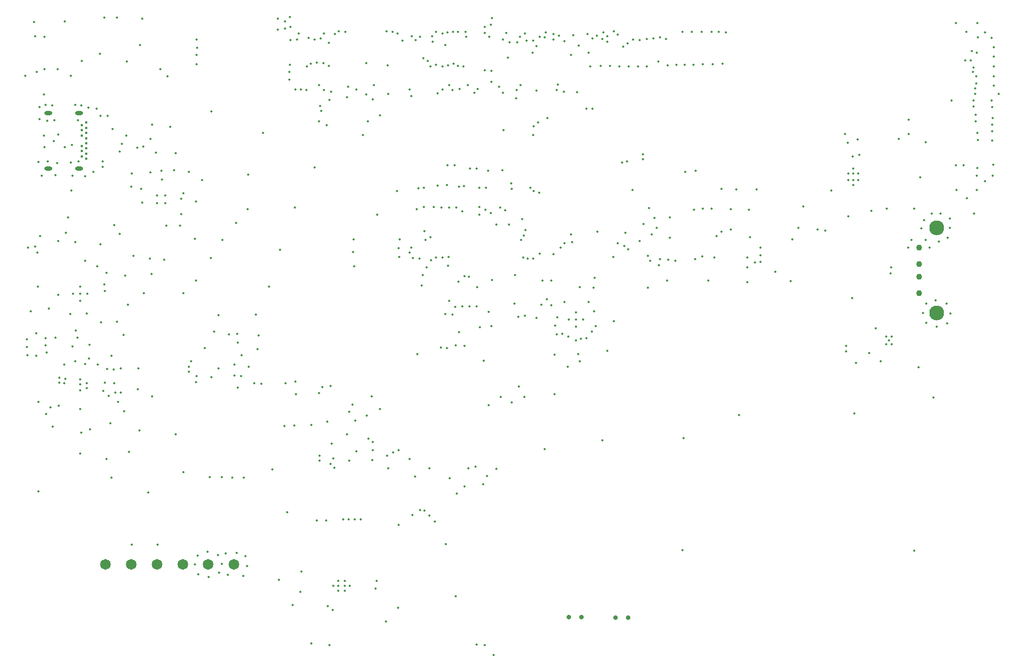
<source format=gbr>
%TF.GenerationSoftware,Altium Limited,Altium Designer,25.8.1 (18)*%
G04 Layer_Color=0*
%FSLAX45Y45*%
%MOMM*%
%TF.SameCoordinates,716D66D7-A0E9-4909-A487-8E51579E39AF*%
%TF.FilePolarity,Positive*%
%TF.FileFunction,Plated,1,8,PTH,Drill*%
%TF.Part,Single*%
G01*
G75*
%TA.AperFunction,ComponentDrill*%
%ADD235C,0.92000*%
%ADD236C,2.30000*%
%ADD237C,0.40000*%
%ADD238O,1.20000X0.60000*%
%ADD239C,1.65000*%
%ADD240C,0.70000*%
%TA.AperFunction,ViaDrill,NotFilled*%
%ADD241C,0.35000*%
D235*
X16485600Y8350000D02*
D03*
Y8800000D02*
D03*
Y8600000D02*
D03*
Y9050000D02*
D03*
D236*
X16756599Y8043000D02*
D03*
Y9357000D02*
D03*
D237*
X3643000Y10980000D02*
D03*
Y10900000D02*
D03*
Y10500000D02*
D03*
Y10420000D02*
D03*
Y10820000D02*
D03*
Y10580000D02*
D03*
X3573000Y10540000D02*
D03*
Y10460000D02*
D03*
Y10940000D02*
D03*
Y10860000D02*
D03*
Y10620000D02*
D03*
Y10780000D02*
D03*
X3643000Y10660000D02*
D03*
Y10740000D02*
D03*
D238*
X3528000Y11127000D02*
D03*
X3055000D02*
D03*
X3528000Y10273000D02*
D03*
X3055000D02*
D03*
D239*
X5920000Y4170000D02*
D03*
X5524000D02*
D03*
X3940000D02*
D03*
X4336000D02*
D03*
X4732000D02*
D03*
X5128000D02*
D03*
D240*
X11999900Y3343800D02*
D03*
X11799900D02*
D03*
X11278540Y3351420D02*
D03*
X11078540D02*
D03*
D241*
X9035730Y11871960D02*
D03*
X7039860Y11849300D02*
D03*
X9458540D02*
D03*
X9372010Y11854180D02*
D03*
X9302980Y11889740D02*
D03*
X9219210Y11864340D02*
D03*
X9135900Y11849300D02*
D03*
X7379430Y11851640D02*
D03*
X11411920Y11846560D02*
D03*
X11576010Y11851640D02*
D03*
X11716700D02*
D03*
X11861200Y11849100D02*
D03*
X12283860Y11844943D02*
D03*
X7954690Y11899900D02*
D03*
X8291930Y11859260D02*
D03*
X9900170Y12588240D02*
D03*
X9879550Y12489180D02*
D03*
X9788600Y12453620D02*
D03*
X6775400Y11638280D02*
D03*
X6950650Y11488420D02*
D03*
X7036960Y11478260D02*
D03*
X6779260Y11869420D02*
D03*
X6776720Y11762740D02*
D03*
X6890000Y12257500D02*
D03*
X6913880Y12349480D02*
D03*
X7750520Y6630464D02*
D03*
X7660000Y6170000D02*
D03*
X6870000Y11490000D02*
D03*
X7239000Y5839460D02*
D03*
X7241540Y5763260D02*
D03*
X6791960Y12458700D02*
D03*
X6780000Y12610000D02*
D03*
X6702805Y12542814D02*
D03*
X6703060Y12430940D02*
D03*
X5467607Y7498467D02*
D03*
X5257800Y7297420D02*
D03*
X5219700Y7216140D02*
D03*
Y7134860D02*
D03*
X4092339Y6819900D02*
D03*
X4171079Y6817360D02*
D03*
X4135319Y6670000D02*
D03*
X3901839Y6840220D02*
D03*
X7249160Y11236960D02*
D03*
X15975000Y7560000D02*
D03*
X16064999D02*
D03*
X16020000Y7620000D02*
D03*
X15975000Y7680000D02*
D03*
X16064999D02*
D03*
X15714980Y7421880D02*
D03*
X3698639Y6248400D02*
D03*
X3215319Y6610000D02*
D03*
X5549230Y5510378D02*
D03*
X5889789Y5505334D02*
D03*
X5729230Y5510378D02*
D03*
X4653679Y6753860D02*
D03*
X6069788Y5505334D02*
D03*
X6150000Y7210000D02*
D03*
X6037580Y7391400D02*
D03*
X3870000Y7900000D02*
D03*
X6300000Y7700000D02*
D03*
X5140000Y8350000D02*
D03*
X8890000Y8745220D02*
D03*
X8956040Y8854440D02*
D03*
X8623300Y8973820D02*
D03*
X8656320Y9055100D02*
D03*
X8875257Y9167119D02*
D03*
X8950960Y9212580D02*
D03*
X9672320Y8437880D02*
D03*
X10673080Y8542020D02*
D03*
X10815320D02*
D03*
X9034780Y8900160D02*
D03*
X9131300Y8897620D02*
D03*
X9230360Y8910320D02*
D03*
X10378440Y8902700D02*
D03*
X10528300Y8884920D02*
D03*
X10449560D02*
D03*
X15892780Y7294880D02*
D03*
X11463020Y8432800D02*
D03*
X11254740Y8440420D02*
D03*
X12298680Y8430260D02*
D03*
X13949680Y8823960D02*
D03*
X14033501Y8829040D02*
D03*
X11998960Y9027160D02*
D03*
X11938000Y9080500D02*
D03*
X12171680Y9151620D02*
D03*
X14033501Y8935720D02*
D03*
X14038580Y9047480D02*
D03*
X17325340Y11229340D02*
D03*
X16984979Y11318240D02*
D03*
X17612360Y11216640D02*
D03*
X17604739Y11318240D02*
D03*
X17325340Y11323320D02*
D03*
X8679180Y8887460D02*
D03*
X8775700Y8882380D02*
D03*
X3566160Y6200140D02*
D03*
X4013200Y6342380D02*
D03*
X3649980Y6959600D02*
D03*
X3228340Y6964680D02*
D03*
Y7043420D02*
D03*
X3303433Y6960794D02*
D03*
X3316939Y7030778D02*
D03*
X3550920Y6941820D02*
D03*
X3647440Y6880860D02*
D03*
X3548779Y6852920D02*
D03*
X3550920Y7020560D02*
D03*
X17383760Y12517120D02*
D03*
X17211040Y12382500D02*
D03*
X17498061Y12369800D02*
D03*
X17048480Y12512040D02*
D03*
X13500101Y12369800D02*
D03*
X13395959Y12374880D02*
D03*
X17635220Y12141200D02*
D03*
X17637241Y11994400D02*
D03*
X17632680Y11844020D02*
D03*
X17602200Y12288520D02*
D03*
X17711420Y11422380D02*
D03*
X17632680Y11696700D02*
D03*
Y11546840D02*
D03*
X17388840Y12291060D02*
D03*
X13449300Y11884660D02*
D03*
X13284200Y12382500D02*
D03*
X13131799D02*
D03*
X12976860Y12379960D02*
D03*
X12834621Y12377420D02*
D03*
X13296899Y11882120D02*
D03*
X13147040Y11879580D02*
D03*
X13007339Y11871960D02*
D03*
X12872720Y11869420D02*
D03*
X12745720Y11866880D02*
D03*
X12486640Y12293600D02*
D03*
X12603480Y11864340D02*
D03*
X12583160Y12268200D02*
D03*
X17621519Y11050000D02*
D03*
X17609821Y10949940D02*
D03*
X17607280Y10843260D02*
D03*
X17383760Y10820400D02*
D03*
X17607280Y10706100D02*
D03*
X17630141Y10330180D02*
D03*
X17619980Y10157460D02*
D03*
X17503140Y10078720D02*
D03*
X17388840Y10708640D02*
D03*
X17383760Y10276840D02*
D03*
X17373599Y10160000D02*
D03*
X17371060Y9939020D02*
D03*
X17354649Y11098630D02*
D03*
X17355820Y10995660D02*
D03*
X16327119Y11026140D02*
D03*
X16322040Y10800080D02*
D03*
X16583659Y10680700D02*
D03*
X16174220Y10725838D02*
D03*
X15534641Y10721340D02*
D03*
X15565120Y10482580D02*
D03*
X15460980Y10457180D02*
D03*
X15382240Y10665460D02*
D03*
X17051019Y10317480D02*
D03*
X15548640Y10197260D02*
D03*
X16504919Y10134600D02*
D03*
X15548640Y10092260D02*
D03*
X15471140Y10197260D02*
D03*
Y10017260D02*
D03*
Y10092260D02*
D03*
Y10272260D02*
D03*
X15393640Y10092260D02*
D03*
Y10197260D02*
D03*
X13975079Y9949180D02*
D03*
X13434061Y9956800D02*
D03*
X13665199Y9946640D02*
D03*
X12390120Y12275820D02*
D03*
X12285980Y12268200D02*
D03*
X12176760Y12252960D02*
D03*
X11600180Y12270740D02*
D03*
X11369040Y12344400D02*
D03*
X10727992Y12369800D02*
D03*
X10927080Y12316460D02*
D03*
X10403840Y12357100D02*
D03*
X9370480Y12382360D02*
D03*
X9296400Y12382500D02*
D03*
X12458700Y11925300D02*
D03*
X12006580Y11844020D02*
D03*
X12146280D02*
D03*
X11920220Y12148820D02*
D03*
X11673840Y12225020D02*
D03*
X10586720Y12161520D02*
D03*
X10909300Y11564620D02*
D03*
X10170160Y12214860D02*
D03*
X10139680Y11978640D02*
D03*
X9886710Y11774800D02*
D03*
X9786620Y11786570D02*
D03*
X9179560Y12176760D02*
D03*
X10340340Y11554460D02*
D03*
X10490200Y9974580D02*
D03*
X9890760Y11605260D02*
D03*
X17061180Y9936480D02*
D03*
X17218660Y9817100D02*
D03*
X16406030Y9651783D02*
D03*
X16814799Y9575800D02*
D03*
X17330420D02*
D03*
X16675101D02*
D03*
X15984979Y9655019D02*
D03*
X15748000Y9616440D02*
D03*
X15389861Y9530080D02*
D03*
X16954500Y9497060D02*
D03*
X16957040Y9359900D02*
D03*
X16924020Y9202420D02*
D03*
X16560800Y9476740D02*
D03*
X16517619Y9347200D02*
D03*
X16583659Y9169728D02*
D03*
X16367760Y9166860D02*
D03*
X14696440Y9690100D02*
D03*
X12067540Y9936480D02*
D03*
X13860780Y9636760D02*
D03*
X13583920Y9644380D02*
D03*
X13284200Y9649460D02*
D03*
X14620239Y9354820D02*
D03*
X13873480Y9210040D02*
D03*
X14528799Y9182100D02*
D03*
X13149580Y9649460D02*
D03*
X13009880Y9636760D02*
D03*
X12319000Y9657080D02*
D03*
X11958320Y9276080D02*
D03*
X12639040Y9204960D02*
D03*
X11526520Y9293860D02*
D03*
X16789400Y9146540D02*
D03*
X16903700Y8188960D02*
D03*
X16736060Y8237220D02*
D03*
X16644620Y9047480D02*
D03*
X16593820Y8183880D02*
D03*
X16967200Y8039100D02*
D03*
X16918941Y7881620D02*
D03*
X16540480Y8041640D02*
D03*
X16596359Y7891780D02*
D03*
X16758920Y7835900D02*
D03*
X16705580Y6743700D02*
D03*
X16474440Y7208520D02*
D03*
X16405859Y4381500D02*
D03*
X16316960Y9047480D02*
D03*
X13837920Y8742680D02*
D03*
X13835381Y8900160D02*
D03*
X14505940Y8536940D02*
D03*
X15450819Y8270240D02*
D03*
X14269720Y8679180D02*
D03*
X13233400Y8547100D02*
D03*
X13837920Y8521700D02*
D03*
X12600940Y8539480D02*
D03*
X11833860Y9118600D02*
D03*
X11765280Y8907780D02*
D03*
X11772900Y7919720D02*
D03*
X11303780Y7945120D02*
D03*
X15811501Y7810500D02*
D03*
X15506700Y7277100D02*
D03*
X15483839Y6494780D02*
D03*
X11671300Y7457440D02*
D03*
X13710921Y6471920D02*
D03*
X12854939Y6113780D02*
D03*
X12834621Y4386580D02*
D03*
X11600180Y6083300D02*
D03*
X10624772Y9900097D02*
D03*
X10843260Y8945880D02*
D03*
X10629900Y8956040D02*
D03*
X10541000Y9923780D02*
D03*
X10248900Y8628380D02*
D03*
X11193780Y8055120D02*
D03*
X10815320Y8161020D02*
D03*
X10906760Y7975600D02*
D03*
X11193780Y7945120D02*
D03*
X11083780D02*
D03*
X10584180Y7970520D02*
D03*
X10307320Y7988300D02*
D03*
X10025380Y9672320D02*
D03*
X9700260Y9674860D02*
D03*
X9232900Y9669780D02*
D03*
X10246360Y8186420D02*
D03*
X9794244Y9638546D02*
D03*
X10099040Y9626600D02*
D03*
X9845040Y8062006D02*
D03*
X9436100Y9611360D02*
D03*
X9344660Y9667240D02*
D03*
X9121140D02*
D03*
X9377680Y8529320D02*
D03*
X9222740Y8768080D02*
D03*
X9662160Y8148320D02*
D03*
X9329420Y8140700D02*
D03*
X9235440Y8227060D02*
D03*
X11193780Y7835120D02*
D03*
X11194308Y7623344D02*
D03*
X11224260Y7411720D02*
D03*
X10896600Y7716520D02*
D03*
X10858500Y7401560D02*
D03*
X11249660Y7297420D02*
D03*
X10858275Y6790976D02*
D03*
X10711180Y5943600D02*
D03*
X10398760Y6748780D02*
D03*
X10314940Y6906260D02*
D03*
X10198100Y6667500D02*
D03*
X10035540Y6746240D02*
D03*
X9890760Y7843520D02*
D03*
X9770000Y7310000D02*
D03*
X9842500Y6617372D02*
D03*
X9469857Y7538720D02*
D03*
X9335856Y7540181D02*
D03*
X9204960Y7498080D02*
D03*
X9966960Y5638800D02*
D03*
X9761220Y5402580D02*
D03*
X9926320Y2771140D02*
D03*
X9784080Y2918460D02*
D03*
X9352280Y5257800D02*
D03*
X9334500Y3675380D02*
D03*
X9184640Y4475480D02*
D03*
X8364220Y12382500D02*
D03*
X8270240Y12385040D02*
D03*
X7632700Y12379960D02*
D03*
X7538720Y12389500D02*
D03*
X7302500Y12350000D02*
D03*
X8978900Y12230100D02*
D03*
X8945880Y11844020D02*
D03*
X7294880Y11899900D02*
D03*
X7256780Y12278360D02*
D03*
X7160260Y12260580D02*
D03*
X7068820Y12288520D02*
D03*
X6786880Y12247880D02*
D03*
X6591300Y12580620D02*
D03*
X6593840Y12412980D02*
D03*
X4501680Y12578080D02*
D03*
X5341620Y12263120D02*
D03*
X4467860Y12171680D02*
D03*
X7195820Y11907520D02*
D03*
X7105000Y11885000D02*
D03*
X4780280Y11803380D02*
D03*
X4658360Y10949940D02*
D03*
X4935220Y10914380D02*
D03*
X9000257Y9677779D02*
D03*
X8850257D02*
D03*
X7164032Y10287880D02*
D03*
X6370320Y10820400D02*
D03*
X6138034Y10174588D02*
D03*
X8432800Y9923780D02*
D03*
X8737600Y9646920D02*
D03*
X8854440Y9309100D02*
D03*
X8473440Y9182100D02*
D03*
X8125460Y9558020D02*
D03*
X8458200Y9044940D02*
D03*
X8465820Y8905240D02*
D03*
X8826500Y8628380D02*
D03*
X8813800Y8468360D02*
D03*
X7759700Y9174480D02*
D03*
X6858000Y9672320D02*
D03*
X7757160Y8981440D02*
D03*
X6129020Y9641840D02*
D03*
X6631940Y9019540D02*
D03*
X5737860Y9169400D02*
D03*
X7774940Y8760460D02*
D03*
X6455697Y8450348D02*
D03*
X6256020Y8021320D02*
D03*
X5427980Y10088880D02*
D03*
X5024120Y10510520D02*
D03*
X4993640Y10241280D02*
D03*
X5135880Y9890760D02*
D03*
X4810760Y10101580D02*
D03*
X4711700Y10518140D02*
D03*
X4860000Y9860000D02*
D03*
X4730000D02*
D03*
X5107940Y9565640D02*
D03*
X5105400Y9804400D02*
D03*
X4860000Y9740000D02*
D03*
X5560060Y8890000D02*
D03*
X5684520Y8006080D02*
D03*
X5331460Y8539480D02*
D03*
X4841240Y8864600D02*
D03*
X4730000Y9740000D02*
D03*
X4505960Y9743440D02*
D03*
X4645660Y8641080D02*
D03*
X4620000Y8880000D02*
D03*
X3919220Y12600940D02*
D03*
X4114800Y12595860D02*
D03*
X3797300Y11193780D02*
D03*
X3670300Y11209020D02*
D03*
X3467100Y11252200D02*
D03*
X3561080Y11242040D02*
D03*
X3310000Y12540000D02*
D03*
X3967480Y11084560D02*
D03*
X3860800D02*
D03*
X3515360Y11018520D02*
D03*
X3421380Y10637520D02*
D03*
X2999740Y12298680D02*
D03*
X3000000Y11800000D02*
D03*
X3119120Y11244580D02*
D03*
X2992120Y11409680D02*
D03*
X3012440Y11249660D02*
D03*
X2854960Y12311380D02*
D03*
X2837180Y12527280D02*
D03*
X3147060Y11013440D02*
D03*
X3210560Y10792460D02*
D03*
X3139440Y10690860D02*
D03*
X3042920Y11005820D02*
D03*
X2989580Y10779760D02*
D03*
X2918460Y11221720D02*
D03*
Y11031220D02*
D03*
X3896360Y10383520D02*
D03*
X3891280Y10292080D02*
D03*
X4345940Y10190480D02*
D03*
X3754120Y10215880D02*
D03*
X3520440Y10378440D02*
D03*
X3624580Y10152380D02*
D03*
X3863840Y9105760D02*
D03*
X3810000Y8763000D02*
D03*
X3952240Y8661400D02*
D03*
X4241800Y8615680D02*
D03*
X3644900Y8039100D02*
D03*
X3655000Y8338750D02*
D03*
X3619510Y8844100D02*
D03*
X3545000Y8338750D02*
D03*
Y8448750D02*
D03*
Y8228750D02*
D03*
X3403600Y10365740D02*
D03*
X3309620Y10601960D02*
D03*
X3187700Y10358120D02*
D03*
X3426460Y10157460D02*
D03*
X3167380Y10165080D02*
D03*
X3050540Y10383520D02*
D03*
X2997200Y10601960D02*
D03*
X2903220Y10368280D02*
D03*
X2956560Y10160000D02*
D03*
X2928620Y9227820D02*
D03*
X3435000Y8338750D02*
D03*
X3395980Y8028940D02*
D03*
X2885440Y8971280D02*
D03*
X2849880Y9067800D02*
D03*
X2740660Y9050020D02*
D03*
X2891384Y8448040D02*
D03*
X2781300Y8069580D02*
D03*
X8747760Y7409180D02*
D03*
X8171180Y6559859D02*
D03*
X8044180Y6753860D02*
D03*
X7696200Y6517640D02*
D03*
X7965440Y6456680D02*
D03*
X7411720Y6921500D02*
D03*
X8455660Y5930900D02*
D03*
X8370000Y5890000D02*
D03*
X8061960Y5928360D02*
D03*
X7787640Y6388100D02*
D03*
X7810000Y5909801D02*
D03*
X7424420Y6029960D02*
D03*
X6868160Y6985000D02*
D03*
X6282447Y7485739D02*
D03*
X6024496Y7073521D02*
D03*
X7360920Y6365240D02*
D03*
X7280622Y6903769D02*
D03*
X7233920Y6804660D02*
D03*
X7114109Y6316397D02*
D03*
X6710680Y6962140D02*
D03*
X6873240Y6786880D02*
D03*
X6339840Y6949440D02*
D03*
X6230620Y6962140D02*
D03*
X6850380Y6309360D02*
D03*
X6695440Y6296660D02*
D03*
X8930000Y5650000D02*
D03*
X8281896Y5839933D02*
D03*
X8296820Y5650980D02*
D03*
X8054340Y5773420D02*
D03*
X7700000Y5767301D02*
D03*
X9020000Y4830000D02*
D03*
X8785860Y5006340D02*
D03*
X8859520Y4993640D02*
D03*
X8453120Y3495040D02*
D03*
X8262620Y3289300D02*
D03*
X8117840Y3909061D02*
D03*
X7629720Y3915540D02*
D03*
Y3838040D02*
D03*
X8100060Y3797300D02*
D03*
X7704720Y3838040D02*
D03*
X7629720Y3760540D02*
D03*
X7447280Y5798820D02*
D03*
X7404100Y5715000D02*
D03*
X7465060Y5653243D02*
D03*
X6741294Y4971635D02*
D03*
X6510020Y5633720D02*
D03*
X6098540Y4292600D02*
D03*
X7524720Y3838040D02*
D03*
Y3915540D02*
D03*
Y3760540D02*
D03*
X7449720Y3838040D02*
D03*
X7391143Y2924370D02*
D03*
X7114540Y2948940D02*
D03*
X6118860Y4142740D02*
D03*
X6062980Y3990340D02*
D03*
X6941820Y3746567D02*
D03*
X6609080Y3929380D02*
D03*
X6826278Y3538220D02*
D03*
X5970000Y7720000D02*
D03*
X5840946Y7717338D02*
D03*
X5925055Y7246609D02*
D03*
X5615940Y7757160D02*
D03*
X4111280Y7905534D02*
D03*
X5680000Y7192500D02*
D03*
X5923280Y7076440D02*
D03*
X5570000Y7050000D02*
D03*
X4447939Y7188020D02*
D03*
X5344160Y7068820D02*
D03*
X4171079Y7185660D02*
D03*
X5336540Y6979920D02*
D03*
X3477260Y7769860D02*
D03*
X3505599Y7665720D02*
D03*
X3167779D02*
D03*
X3431939Y7528560D02*
D03*
X3010299Y7650480D02*
D03*
X2870200Y7731760D02*
D03*
X2728359Y7635240D02*
D03*
X3015379Y7546340D02*
D03*
X2723279Y7515860D02*
D03*
X4033919Y7386320D02*
D03*
X3685939Y7343140D02*
D03*
X3821178Y7249761D02*
D03*
X3927059Y6964680D02*
D03*
X3028079Y7432040D02*
D03*
X2733439Y7388860D02*
D03*
X2870599Y7383780D02*
D03*
X5979160Y6888480D02*
D03*
X5137500Y5592500D02*
D03*
X5958840Y4343400D02*
D03*
X5788660Y4335780D02*
D03*
X5514340Y4358640D02*
D03*
X4432699Y6869500D02*
D03*
X4465719Y6235700D02*
D03*
X5019439Y6172200D02*
D03*
X4599940Y5275580D02*
D03*
X5730240Y4175760D02*
D03*
X5671820Y4312920D02*
D03*
X5824220Y4003040D02*
D03*
X5687060Y4038600D02*
D03*
X5361940Y4302760D02*
D03*
X5313680Y4168140D02*
D03*
X5532120Y3972560D02*
D03*
X5364480Y4015740D02*
D03*
X4224923Y6531000D02*
D03*
X2903619Y6670040D02*
D03*
X3086499Y6586220D02*
D03*
X3025319Y6490000D02*
D03*
X4300619Y5905500D02*
D03*
X3543689Y5876818D02*
D03*
X2900680Y5295900D02*
D03*
X6962140Y4056380D02*
D03*
X7195820Y4846320D02*
D03*
X7340600D02*
D03*
X7600000Y4860000D02*
D03*
X7690000D02*
D03*
X7870000D02*
D03*
X7780000D02*
D03*
X8670000Y4930000D02*
D03*
X8930000Y4920000D02*
D03*
X8059420Y6057900D02*
D03*
X7990840Y6101080D02*
D03*
X9108844Y7507370D02*
D03*
X9179560Y8023860D02*
D03*
X9286240Y8018780D02*
D03*
X9474200Y5372100D02*
D03*
X9657080Y2926080D02*
D03*
X9707880Y7823200D02*
D03*
X10873740Y7851140D02*
D03*
X15354300Y7454900D02*
D03*
X15356841Y7538720D02*
D03*
X11498580Y7840980D02*
D03*
X10401300Y8003540D02*
D03*
X10657840Y8173720D02*
D03*
X14917419Y9326880D02*
D03*
X15036800Y9316720D02*
D03*
X15339059Y10802620D02*
D03*
X15125700Y9931400D02*
D03*
X3985659Y6766560D02*
D03*
X4075319Y6960000D02*
D03*
X3305319Y7250000D02*
D03*
X3625319Y7260000D02*
D03*
X3472579Y7299960D02*
D03*
X3695319Y7550000D02*
D03*
X3545319Y6560000D02*
D03*
X3123859Y6289600D02*
D03*
X3960259Y7183120D02*
D03*
X4062219Y7173100D02*
D03*
X4214259Y7706360D02*
D03*
X9819640Y5529580D02*
D03*
X9248140Y5496560D02*
D03*
X8710000Y5520000D02*
D03*
X5344160Y11877401D02*
D03*
X3853180Y12040769D02*
D03*
X4894580Y11689080D02*
D03*
X3950000Y5790000D02*
D03*
X4340000Y4470000D02*
D03*
X4740000D02*
D03*
X4030000Y5500000D02*
D03*
X3921760Y8486140D02*
D03*
X4370660Y8920640D02*
D03*
X4280000Y8170000D02*
D03*
X12070080Y12263120D02*
D03*
X7472680Y12341860D02*
D03*
X10604500Y10985500D02*
D03*
X10543540Y10919460D02*
D03*
X17345660Y11424920D02*
D03*
X17282159Y11938014D02*
D03*
X17322800Y11831320D02*
D03*
X17368520Y11689080D02*
D03*
X17365981Y11584940D02*
D03*
X17350740Y11503660D02*
D03*
X17300342Y12083182D02*
D03*
X17375259Y12059960D02*
D03*
X17310100Y11757660D02*
D03*
X17170399Y10320020D02*
D03*
X17195799Y11935460D02*
D03*
X11772914Y12387580D02*
D03*
X11005820Y11455400D02*
D03*
X11445240Y12278360D02*
D03*
X7439083Y3467411D02*
D03*
X7366000Y3520440D02*
D03*
X11671300Y12313920D02*
D03*
X11991340Y12202160D02*
D03*
X11617960Y12372340D02*
D03*
X11833860Y12339320D02*
D03*
X10894060Y11478260D02*
D03*
X11516360Y12316460D02*
D03*
X8458200Y4775200D02*
D03*
X5336540Y9761220D02*
D03*
X4800600Y10233660D02*
D03*
X4050000Y10880000D02*
D03*
X4160000Y10530000D02*
D03*
X5220000Y10220000D02*
D03*
X5950000Y9430000D02*
D03*
X3570000Y11930000D02*
D03*
X3330000Y9280000D02*
D03*
X3064000Y8115660D02*
D03*
X4155440Y9263380D02*
D03*
X4488230Y9956781D02*
D03*
X4338320Y9992360D02*
D03*
X3357880Y9519920D02*
D03*
X3408680Y9931400D02*
D03*
X3475000Y9140000D02*
D03*
X4260000Y10780000D02*
D03*
X10528300Y12245340D02*
D03*
X9544575Y8604541D02*
D03*
X10434320Y12245340D02*
D03*
X9471660Y8608060D02*
D03*
X9550400Y8143240D02*
D03*
X9438640Y8145780D02*
D03*
X11069320Y7216140D02*
D03*
X9387840Y7744460D02*
D03*
X11389360Y12054840D02*
D03*
X10520680D02*
D03*
X9893300Y8552180D02*
D03*
X12877800Y10218460D02*
D03*
X13037820Y10238740D02*
D03*
X10327640Y12303760D02*
D03*
X10284460Y12214860D02*
D03*
X8785860Y12303760D02*
D03*
X8977308Y12314868D02*
D03*
X9032240Y12377420D02*
D03*
X9210894Y12366489D02*
D03*
X9138524Y12351878D02*
D03*
X9395460Y11501120D02*
D03*
X11231444Y12170573D02*
D03*
X7231157Y11558657D02*
D03*
X9060721Y10010681D02*
D03*
X9204960Y10020300D02*
D03*
X10195560Y10038080D02*
D03*
X10198100Y9959340D02*
D03*
X10342880Y9166860D02*
D03*
X10391874Y9237067D02*
D03*
X12228447Y10412417D02*
D03*
X12227560Y10487000D02*
D03*
X10848340Y12260580D02*
D03*
X10711180Y12298051D02*
D03*
X10845800Y12346940D02*
D03*
X11902440Y10360660D02*
D03*
X11983720Y10383520D02*
D03*
X10982960Y7719060D02*
D03*
X13141960Y8912860D02*
D03*
X13027660Y8869680D02*
D03*
X12468860Y8780780D02*
D03*
X12613640Y8867140D02*
D03*
X9390380Y9992360D02*
D03*
X9469120Y9997440D02*
D03*
X10114280Y12359640D02*
D03*
X10068560Y12263120D02*
D03*
X9062720Y11427460D02*
D03*
X9212580Y10317480D02*
D03*
X9324340D02*
D03*
X9674860Y11501120D02*
D03*
X9622502Y11440418D02*
D03*
X10010140Y11531600D02*
D03*
X9555480Y10269220D02*
D03*
X10066388Y11438839D02*
D03*
X9659620Y10266680D02*
D03*
X9841782Y10235342D02*
D03*
X10058470Y10243996D02*
D03*
X16047720Y8651240D02*
D03*
X16055341Y8750300D02*
D03*
X11150600Y12329160D02*
D03*
X11010900Y12235180D02*
D03*
X11445240Y11191240D02*
D03*
X11356340Y11193780D02*
D03*
X9135780Y11492022D02*
D03*
X10629900Y12301220D02*
D03*
X10584180Y11473180D02*
D03*
X9804400Y9974580D02*
D03*
X9232900Y11557000D02*
D03*
X9789160Y12362180D02*
D03*
X9494520Y12382500D02*
D03*
X8760460Y9966960D02*
D03*
X9857740Y12303760D02*
D03*
X9497060Y12301220D02*
D03*
X8846820Y9972040D02*
D03*
X9700260D02*
D03*
X9291320Y11483340D02*
D03*
X8656320Y11384280D02*
D03*
X8630920Y11493500D02*
D03*
X9700260Y9563100D02*
D03*
X8839200Y11968480D02*
D03*
X10266680Y11356340D02*
D03*
X10279380Y11478260D02*
D03*
X9525000Y11554460D02*
D03*
X10751820Y11049000D02*
D03*
X8625840Y5791200D02*
D03*
X9883140Y9583420D02*
D03*
X8910320Y11930380D02*
D03*
X11476763Y8585995D02*
D03*
X13322301Y8902700D02*
D03*
X9961880Y9405620D02*
D03*
X11013440Y8214360D02*
D03*
X8660302Y12315155D02*
D03*
X8440420Y12352020D02*
D03*
X7233920Y10998200D02*
D03*
X8077200Y11554460D02*
D03*
X5570220Y11153140D02*
D03*
X5346700Y12136120D02*
D03*
X7305000Y11480000D02*
D03*
X5341620Y12026900D02*
D03*
X7417500Y11455000D02*
D03*
X10076180Y10861040D02*
D03*
X7907020Y10784840D02*
D03*
X7983220Y10998200D02*
D03*
X8168640Y11094720D02*
D03*
X10416540Y9319260D02*
D03*
X10363200Y9489440D02*
D03*
X10952480Y9050020D02*
D03*
X11014660Y9122460D02*
D03*
X11135360Y9133840D02*
D03*
X11115040Y9255760D02*
D03*
X7348220Y10939780D02*
D03*
X8061960Y11338560D02*
D03*
X7957820Y11417300D02*
D03*
X7807960Y11490960D02*
D03*
X7680960Y11529060D02*
D03*
X12336545Y8851654D02*
D03*
X12488780Y8877300D02*
D03*
X12305570Y8923240D02*
D03*
X12364720Y9258300D02*
D03*
X12400280Y9507220D02*
D03*
X10530840Y10784840D02*
D03*
X13439140Y9298940D02*
D03*
X13583920Y9331960D02*
D03*
X13360400Y9227820D02*
D03*
X10160000Y9408160D02*
D03*
X8716940Y12252960D02*
D03*
X12644120Y9517380D02*
D03*
X11120120Y12021820D02*
D03*
X12438380Y9354820D02*
D03*
X12727940Y8851900D02*
D03*
X12230100Y9415780D02*
D03*
X8514080Y12242800D02*
D03*
X7380000Y12210000D02*
D03*
X5980000Y7590000D02*
D03*
X11206480Y11445240D02*
D03*
X7390000Y11330000D02*
D03*
X9530080Y5646420D02*
D03*
X7660640Y11369040D02*
D03*
X9646920Y5671820D02*
D03*
X8293100Y11424920D02*
D03*
X7266940Y11155680D02*
D03*
X4267200Y11922760D02*
D03*
X11384280Y8211820D02*
D03*
X2704680Y11700000D02*
D03*
X11269550Y7649355D02*
D03*
X11440160Y7752080D02*
D03*
X11470640Y8069580D02*
D03*
X10746740Y8255000D02*
D03*
X11076940Y7675880D02*
D03*
X11351260Y7650480D02*
D03*
X2880000Y11760000D02*
D03*
X4190000Y10650000D02*
D03*
X4430000Y10590000D02*
D03*
X4530000Y8350000D02*
D03*
X3930000Y8380000D02*
D03*
X3210000Y8320000D02*
D03*
Y9150000D02*
D03*
X4070000Y9400000D02*
D03*
X5320000Y9190000D02*
D03*
X4880000Y9390000D02*
D03*
X5090000D02*
D03*
X4630000Y10210000D02*
D03*
X4520000Y10610000D02*
D03*
X4630000Y10730000D02*
D03*
X3400000Y11700000D02*
D03*
X3200000Y11800000D02*
D03*
%TF.MD5,db24b5bf8851e4f9940de24c11e1c3ff*%
M02*

</source>
